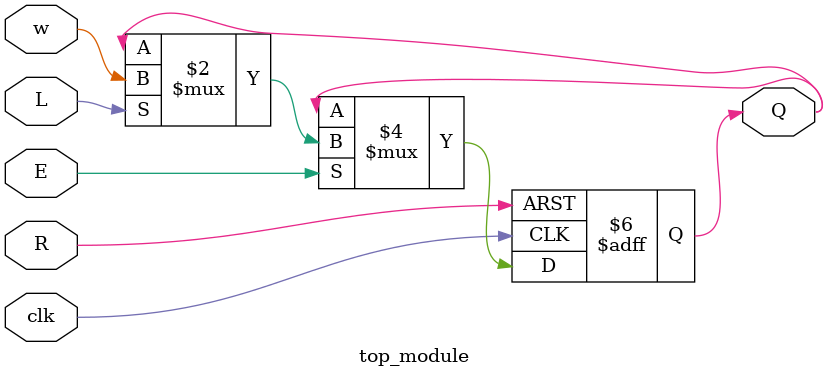
<source format=sv>
module top_module (
    input clk,
    input w,
    input R,
    input E,
    input L,
    output reg Q
);

always @(posedge clk or posedge R) begin
    if (R) begin
        Q <= 1'b0;
    end else if (E) begin
        if (L) begin
            Q <= w;
        end
    end
end

endmodule

</source>
